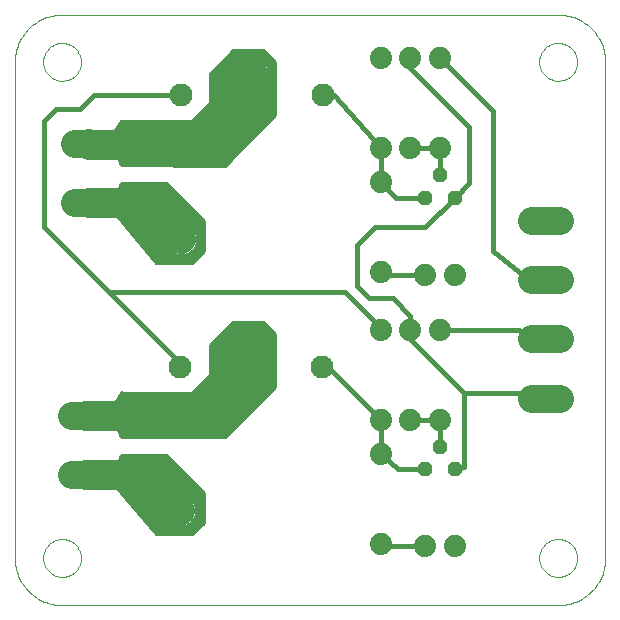
<source format=gtl>
G75*
G70*
%OFA0B0*%
%FSLAX24Y24*%
%IPPOS*%
%LPD*%
%AMOC8*
5,1,8,0,0,1.08239X$1,22.5*
%
%ADD10C,0.0740*%
%ADD11C,0.0937*%
%ADD12OC8,0.0480*%
%ADD13C,0.0768*%
%ADD14C,0.0000*%
%ADD15C,0.0160*%
%ADD16C,0.1000*%
%ADD17C,0.0100*%
D10*
X017817Y005459D03*
X019285Y005384D03*
X020285Y005384D03*
X017817Y008459D03*
X017817Y009593D03*
X018801Y009593D03*
X019785Y009593D03*
X019785Y012593D03*
X018801Y012593D03*
X017817Y012593D03*
X017817Y014514D03*
X019285Y014439D03*
X020285Y014439D03*
X017817Y017514D03*
X017817Y018648D03*
X018801Y018648D03*
X019785Y018648D03*
X019785Y021648D03*
X018801Y021648D03*
X017817Y021648D03*
D11*
X022840Y016211D02*
X023777Y016211D01*
X023777Y014242D02*
X022840Y014242D01*
X022840Y012274D02*
X023777Y012274D01*
X023777Y010305D02*
X022840Y010305D01*
X008561Y016809D02*
X007624Y016809D01*
X007624Y018778D02*
X008561Y018778D01*
X008462Y009715D02*
X007525Y009715D01*
X007525Y007746D02*
X008462Y007746D01*
D12*
X019285Y007943D03*
X019785Y008693D03*
X020285Y007943D03*
X020285Y016998D03*
X019785Y017748D03*
X019285Y016998D03*
D13*
X015887Y020420D03*
X013525Y021207D03*
X011163Y020420D03*
X011163Y015616D03*
X013486Y012156D03*
X015848Y011368D03*
X011124Y011368D03*
X011124Y006565D03*
D14*
X005612Y004990D02*
X005612Y021526D01*
X006557Y021526D02*
X006559Y021576D01*
X006565Y021626D01*
X006575Y021675D01*
X006589Y021723D01*
X006606Y021770D01*
X006627Y021815D01*
X006652Y021859D01*
X006680Y021900D01*
X006712Y021939D01*
X006746Y021976D01*
X006783Y022010D01*
X006823Y022040D01*
X006865Y022067D01*
X006909Y022091D01*
X006955Y022112D01*
X007002Y022128D01*
X007050Y022141D01*
X007100Y022150D01*
X007149Y022155D01*
X007200Y022156D01*
X007250Y022153D01*
X007299Y022146D01*
X007348Y022135D01*
X007396Y022120D01*
X007442Y022102D01*
X007487Y022080D01*
X007530Y022054D01*
X007571Y022025D01*
X007610Y021993D01*
X007646Y021958D01*
X007678Y021920D01*
X007708Y021880D01*
X007735Y021837D01*
X007758Y021793D01*
X007777Y021747D01*
X007793Y021699D01*
X007805Y021650D01*
X007813Y021601D01*
X007817Y021551D01*
X007817Y021501D01*
X007813Y021451D01*
X007805Y021402D01*
X007793Y021353D01*
X007777Y021305D01*
X007758Y021259D01*
X007735Y021215D01*
X007708Y021172D01*
X007678Y021132D01*
X007646Y021094D01*
X007610Y021059D01*
X007571Y021027D01*
X007530Y020998D01*
X007487Y020972D01*
X007442Y020950D01*
X007396Y020932D01*
X007348Y020917D01*
X007299Y020906D01*
X007250Y020899D01*
X007200Y020896D01*
X007149Y020897D01*
X007100Y020902D01*
X007050Y020911D01*
X007002Y020924D01*
X006955Y020940D01*
X006909Y020961D01*
X006865Y020985D01*
X006823Y021012D01*
X006783Y021042D01*
X006746Y021076D01*
X006712Y021113D01*
X006680Y021152D01*
X006652Y021193D01*
X006627Y021237D01*
X006606Y021282D01*
X006589Y021329D01*
X006575Y021377D01*
X006565Y021426D01*
X006559Y021476D01*
X006557Y021526D01*
X005612Y021526D02*
X005614Y021603D01*
X005620Y021680D01*
X005629Y021757D01*
X005642Y021833D01*
X005659Y021909D01*
X005680Y021983D01*
X005704Y022057D01*
X005732Y022129D01*
X005763Y022199D01*
X005798Y022268D01*
X005836Y022336D01*
X005877Y022401D01*
X005922Y022464D01*
X005970Y022525D01*
X006020Y022584D01*
X006073Y022640D01*
X006129Y022693D01*
X006188Y022743D01*
X006249Y022791D01*
X006312Y022836D01*
X006377Y022877D01*
X006445Y022915D01*
X006514Y022950D01*
X006584Y022981D01*
X006656Y023009D01*
X006730Y023033D01*
X006804Y023054D01*
X006880Y023071D01*
X006956Y023084D01*
X007033Y023093D01*
X007110Y023099D01*
X007187Y023101D01*
X023722Y023101D01*
X023092Y021526D02*
X023094Y021576D01*
X023100Y021626D01*
X023110Y021675D01*
X023124Y021723D01*
X023141Y021770D01*
X023162Y021815D01*
X023187Y021859D01*
X023215Y021900D01*
X023247Y021939D01*
X023281Y021976D01*
X023318Y022010D01*
X023358Y022040D01*
X023400Y022067D01*
X023444Y022091D01*
X023490Y022112D01*
X023537Y022128D01*
X023585Y022141D01*
X023635Y022150D01*
X023684Y022155D01*
X023735Y022156D01*
X023785Y022153D01*
X023834Y022146D01*
X023883Y022135D01*
X023931Y022120D01*
X023977Y022102D01*
X024022Y022080D01*
X024065Y022054D01*
X024106Y022025D01*
X024145Y021993D01*
X024181Y021958D01*
X024213Y021920D01*
X024243Y021880D01*
X024270Y021837D01*
X024293Y021793D01*
X024312Y021747D01*
X024328Y021699D01*
X024340Y021650D01*
X024348Y021601D01*
X024352Y021551D01*
X024352Y021501D01*
X024348Y021451D01*
X024340Y021402D01*
X024328Y021353D01*
X024312Y021305D01*
X024293Y021259D01*
X024270Y021215D01*
X024243Y021172D01*
X024213Y021132D01*
X024181Y021094D01*
X024145Y021059D01*
X024106Y021027D01*
X024065Y020998D01*
X024022Y020972D01*
X023977Y020950D01*
X023931Y020932D01*
X023883Y020917D01*
X023834Y020906D01*
X023785Y020899D01*
X023735Y020896D01*
X023684Y020897D01*
X023635Y020902D01*
X023585Y020911D01*
X023537Y020924D01*
X023490Y020940D01*
X023444Y020961D01*
X023400Y020985D01*
X023358Y021012D01*
X023318Y021042D01*
X023281Y021076D01*
X023247Y021113D01*
X023215Y021152D01*
X023187Y021193D01*
X023162Y021237D01*
X023141Y021282D01*
X023124Y021329D01*
X023110Y021377D01*
X023100Y021426D01*
X023094Y021476D01*
X023092Y021526D01*
X023722Y023101D02*
X023799Y023099D01*
X023876Y023093D01*
X023953Y023084D01*
X024029Y023071D01*
X024105Y023054D01*
X024179Y023033D01*
X024253Y023009D01*
X024325Y022981D01*
X024395Y022950D01*
X024464Y022915D01*
X024532Y022877D01*
X024597Y022836D01*
X024660Y022791D01*
X024721Y022743D01*
X024780Y022693D01*
X024836Y022640D01*
X024889Y022584D01*
X024939Y022525D01*
X024987Y022464D01*
X025032Y022401D01*
X025073Y022336D01*
X025111Y022268D01*
X025146Y022199D01*
X025177Y022129D01*
X025205Y022057D01*
X025229Y021983D01*
X025250Y021909D01*
X025267Y021833D01*
X025280Y021757D01*
X025289Y021680D01*
X025295Y021603D01*
X025297Y021526D01*
X025297Y004990D01*
X023092Y004990D02*
X023094Y005040D01*
X023100Y005090D01*
X023110Y005139D01*
X023124Y005187D01*
X023141Y005234D01*
X023162Y005279D01*
X023187Y005323D01*
X023215Y005364D01*
X023247Y005403D01*
X023281Y005440D01*
X023318Y005474D01*
X023358Y005504D01*
X023400Y005531D01*
X023444Y005555D01*
X023490Y005576D01*
X023537Y005592D01*
X023585Y005605D01*
X023635Y005614D01*
X023684Y005619D01*
X023735Y005620D01*
X023785Y005617D01*
X023834Y005610D01*
X023883Y005599D01*
X023931Y005584D01*
X023977Y005566D01*
X024022Y005544D01*
X024065Y005518D01*
X024106Y005489D01*
X024145Y005457D01*
X024181Y005422D01*
X024213Y005384D01*
X024243Y005344D01*
X024270Y005301D01*
X024293Y005257D01*
X024312Y005211D01*
X024328Y005163D01*
X024340Y005114D01*
X024348Y005065D01*
X024352Y005015D01*
X024352Y004965D01*
X024348Y004915D01*
X024340Y004866D01*
X024328Y004817D01*
X024312Y004769D01*
X024293Y004723D01*
X024270Y004679D01*
X024243Y004636D01*
X024213Y004596D01*
X024181Y004558D01*
X024145Y004523D01*
X024106Y004491D01*
X024065Y004462D01*
X024022Y004436D01*
X023977Y004414D01*
X023931Y004396D01*
X023883Y004381D01*
X023834Y004370D01*
X023785Y004363D01*
X023735Y004360D01*
X023684Y004361D01*
X023635Y004366D01*
X023585Y004375D01*
X023537Y004388D01*
X023490Y004404D01*
X023444Y004425D01*
X023400Y004449D01*
X023358Y004476D01*
X023318Y004506D01*
X023281Y004540D01*
X023247Y004577D01*
X023215Y004616D01*
X023187Y004657D01*
X023162Y004701D01*
X023141Y004746D01*
X023124Y004793D01*
X023110Y004841D01*
X023100Y004890D01*
X023094Y004940D01*
X023092Y004990D01*
X023722Y003415D02*
X023799Y003417D01*
X023876Y003423D01*
X023953Y003432D01*
X024029Y003445D01*
X024105Y003462D01*
X024179Y003483D01*
X024253Y003507D01*
X024325Y003535D01*
X024395Y003566D01*
X024464Y003601D01*
X024532Y003639D01*
X024597Y003680D01*
X024660Y003725D01*
X024721Y003773D01*
X024780Y003823D01*
X024836Y003876D01*
X024889Y003932D01*
X024939Y003991D01*
X024987Y004052D01*
X025032Y004115D01*
X025073Y004180D01*
X025111Y004248D01*
X025146Y004317D01*
X025177Y004387D01*
X025205Y004459D01*
X025229Y004533D01*
X025250Y004607D01*
X025267Y004683D01*
X025280Y004759D01*
X025289Y004836D01*
X025295Y004913D01*
X025297Y004990D01*
X023722Y003416D02*
X007187Y003416D01*
X006557Y004990D02*
X006559Y005040D01*
X006565Y005090D01*
X006575Y005139D01*
X006589Y005187D01*
X006606Y005234D01*
X006627Y005279D01*
X006652Y005323D01*
X006680Y005364D01*
X006712Y005403D01*
X006746Y005440D01*
X006783Y005474D01*
X006823Y005504D01*
X006865Y005531D01*
X006909Y005555D01*
X006955Y005576D01*
X007002Y005592D01*
X007050Y005605D01*
X007100Y005614D01*
X007149Y005619D01*
X007200Y005620D01*
X007250Y005617D01*
X007299Y005610D01*
X007348Y005599D01*
X007396Y005584D01*
X007442Y005566D01*
X007487Y005544D01*
X007530Y005518D01*
X007571Y005489D01*
X007610Y005457D01*
X007646Y005422D01*
X007678Y005384D01*
X007708Y005344D01*
X007735Y005301D01*
X007758Y005257D01*
X007777Y005211D01*
X007793Y005163D01*
X007805Y005114D01*
X007813Y005065D01*
X007817Y005015D01*
X007817Y004965D01*
X007813Y004915D01*
X007805Y004866D01*
X007793Y004817D01*
X007777Y004769D01*
X007758Y004723D01*
X007735Y004679D01*
X007708Y004636D01*
X007678Y004596D01*
X007646Y004558D01*
X007610Y004523D01*
X007571Y004491D01*
X007530Y004462D01*
X007487Y004436D01*
X007442Y004414D01*
X007396Y004396D01*
X007348Y004381D01*
X007299Y004370D01*
X007250Y004363D01*
X007200Y004360D01*
X007149Y004361D01*
X007100Y004366D01*
X007050Y004375D01*
X007002Y004388D01*
X006955Y004404D01*
X006909Y004425D01*
X006865Y004449D01*
X006823Y004476D01*
X006783Y004506D01*
X006746Y004540D01*
X006712Y004577D01*
X006680Y004616D01*
X006652Y004657D01*
X006627Y004701D01*
X006606Y004746D01*
X006589Y004793D01*
X006575Y004841D01*
X006565Y004890D01*
X006559Y004940D01*
X006557Y004990D01*
X005612Y004990D02*
X005614Y004913D01*
X005620Y004836D01*
X005629Y004759D01*
X005642Y004683D01*
X005659Y004607D01*
X005680Y004533D01*
X005704Y004459D01*
X005732Y004387D01*
X005763Y004317D01*
X005798Y004248D01*
X005836Y004180D01*
X005877Y004115D01*
X005922Y004052D01*
X005970Y003991D01*
X006020Y003932D01*
X006073Y003876D01*
X006129Y003823D01*
X006188Y003773D01*
X006249Y003725D01*
X006312Y003680D01*
X006377Y003639D01*
X006445Y003601D01*
X006514Y003566D01*
X006584Y003535D01*
X006656Y003507D01*
X006730Y003483D01*
X006804Y003462D01*
X006880Y003445D01*
X006956Y003432D01*
X007033Y003423D01*
X007110Y003417D01*
X007187Y003415D01*
D15*
X011124Y011368D02*
X011124Y011486D01*
X008761Y013849D01*
X006596Y016014D01*
X006596Y019557D01*
X006990Y019951D01*
X007777Y019951D01*
X008246Y020420D01*
X011163Y020420D01*
X015887Y020420D02*
X016242Y020420D01*
X017817Y018648D01*
X017817Y017514D01*
X018332Y016998D01*
X019285Y016998D01*
X019785Y017748D02*
X019785Y018648D01*
X018801Y018648D01*
X020769Y019360D02*
X020769Y017483D01*
X020285Y016998D01*
X019301Y016014D01*
X017620Y016014D01*
X017029Y015423D01*
X017029Y014046D01*
X017423Y013652D01*
X018210Y013652D01*
X018801Y013061D01*
X018801Y012593D01*
X018801Y012274D01*
X020572Y010502D01*
X022541Y010502D01*
X022738Y010305D01*
X023309Y010305D01*
X023309Y012274D02*
X022738Y012274D01*
X022419Y012593D01*
X019785Y012593D01*
X019285Y014439D02*
X017939Y014439D01*
X017817Y014514D01*
X016635Y013849D02*
X008761Y013849D01*
X015848Y011368D02*
X016069Y011368D01*
X017817Y009593D01*
X017817Y008459D01*
X018387Y007943D01*
X019285Y007943D01*
X019785Y008693D02*
X019785Y009593D01*
X018801Y009593D01*
X020572Y010502D02*
X020572Y008034D01*
X020285Y007943D01*
X017817Y005459D02*
X017891Y005384D01*
X019285Y005384D01*
X017817Y012593D02*
X017817Y012668D01*
X016635Y013849D01*
X021557Y015227D02*
X021557Y019876D01*
X019785Y021648D01*
X018801Y021648D02*
X018801Y021329D01*
X020769Y019360D01*
X021557Y015227D02*
X022738Y014242D01*
X023309Y014242D01*
D16*
X013506Y012136D02*
X013506Y011128D01*
X012092Y009715D01*
X007994Y009715D01*
X007994Y007746D02*
X009943Y007746D01*
X011124Y006565D01*
X013506Y012136D02*
X013486Y012156D01*
X011163Y015616D02*
X009970Y016809D01*
X008092Y016809D01*
X008100Y018770D02*
X008092Y018778D01*
X008100Y018770D02*
X012305Y018770D01*
X013525Y019990D01*
X013525Y021207D01*
D17*
X013475Y021244D02*
X012220Y021244D01*
X012121Y021146D02*
X012994Y021146D01*
X012993Y021157D02*
X013004Y021082D01*
X013030Y021002D01*
X013069Y020927D01*
X013118Y020859D01*
X013177Y020800D01*
X013245Y020750D01*
X013320Y020712D01*
X013400Y020686D01*
X013475Y020674D01*
X013475Y021157D01*
X012993Y021157D01*
X012993Y021257D02*
X013475Y021257D01*
X013475Y021157D01*
X013575Y021157D01*
X013575Y020674D01*
X013650Y020686D01*
X013730Y020712D01*
X013805Y020750D01*
X013873Y020800D01*
X013932Y020859D01*
X013982Y020927D01*
X014020Y021002D01*
X014046Y021082D01*
X014058Y021157D01*
X013575Y021157D01*
X013575Y021257D01*
X013475Y021257D01*
X013475Y021740D01*
X013400Y021728D01*
X013320Y021702D01*
X013245Y021664D01*
X013177Y021614D01*
X013118Y021555D01*
X013069Y021487D01*
X013030Y021412D01*
X013004Y021332D01*
X012993Y021257D01*
X013008Y021343D02*
X012318Y021343D01*
X012417Y021441D02*
X013045Y021441D01*
X013107Y021540D02*
X012515Y021540D01*
X012614Y021638D02*
X013210Y021638D01*
X013475Y021638D02*
X013575Y021638D01*
X013575Y021540D02*
X013475Y021540D01*
X013475Y021441D02*
X013575Y021441D01*
X013575Y021343D02*
X013475Y021343D01*
X013575Y021257D02*
X013575Y021740D01*
X013650Y021728D01*
X013730Y021702D01*
X013805Y021664D01*
X013873Y021614D01*
X013932Y021555D01*
X013982Y021487D01*
X014020Y021412D01*
X014046Y021332D01*
X014058Y021257D01*
X013575Y021257D01*
X013575Y021244D02*
X014273Y021244D01*
X014273Y021146D02*
X014056Y021146D01*
X014035Y021047D02*
X014273Y021047D01*
X014273Y020949D02*
X013993Y020949D01*
X013923Y020850D02*
X014273Y020850D01*
X014273Y020752D02*
X013807Y020752D01*
X013575Y020752D02*
X013475Y020752D01*
X013475Y020850D02*
X013575Y020850D01*
X013575Y020949D02*
X013475Y020949D01*
X013475Y021047D02*
X013575Y021047D01*
X013575Y021146D02*
X013475Y021146D01*
X014042Y021343D02*
X014273Y021343D01*
X014273Y021441D02*
X014005Y021441D01*
X013943Y021540D02*
X014259Y021540D01*
X014273Y021526D02*
X014273Y019754D01*
X012609Y018061D01*
X009156Y018083D01*
X009059Y018308D01*
X009015Y018358D01*
X009032Y018375D01*
X009090Y018454D01*
X009134Y018540D01*
X009164Y018633D01*
X009179Y018728D01*
X008688Y018728D01*
X008661Y018758D01*
X008704Y018828D01*
X009179Y018828D01*
X009164Y018923D01*
X009134Y019015D01*
X009090Y019102D01*
X009032Y019181D01*
X008964Y019249D01*
X009155Y019557D01*
X009165Y019561D01*
X009175Y019563D01*
X009185Y019561D01*
X009194Y019557D01*
X011517Y019557D01*
X012108Y020148D01*
X012108Y021132D01*
X012895Y021920D01*
X013880Y021920D01*
X014273Y021526D01*
X014161Y021638D02*
X013840Y021638D01*
X013964Y021835D02*
X012811Y021835D01*
X012712Y021737D02*
X013457Y021737D01*
X013475Y021737D02*
X013575Y021737D01*
X013593Y021737D02*
X014062Y021737D01*
X014273Y020653D02*
X012108Y020653D01*
X012108Y020555D02*
X014273Y020555D01*
X014273Y020456D02*
X012108Y020456D01*
X012108Y020358D02*
X014273Y020358D01*
X014273Y020259D02*
X012108Y020259D01*
X012108Y020161D02*
X014273Y020161D01*
X014273Y020062D02*
X012022Y020062D01*
X011924Y019964D02*
X014273Y019964D01*
X014273Y019865D02*
X011825Y019865D01*
X011727Y019767D02*
X014273Y019767D01*
X014189Y019668D02*
X011628Y019668D01*
X011530Y019570D02*
X014092Y019570D01*
X013995Y019471D02*
X009102Y019471D01*
X009041Y019373D02*
X013898Y019373D01*
X013801Y019274D02*
X008980Y019274D01*
X009036Y019176D02*
X013704Y019176D01*
X013608Y019077D02*
X009102Y019077D01*
X009146Y018979D02*
X013511Y018979D01*
X013414Y018880D02*
X009171Y018880D01*
X009172Y018683D02*
X013220Y018683D01*
X013123Y018585D02*
X009148Y018585D01*
X009106Y018486D02*
X013026Y018486D01*
X012930Y018388D02*
X009042Y018388D01*
X009067Y018289D02*
X012833Y018289D01*
X012736Y018191D02*
X009109Y018191D01*
X009152Y018092D02*
X012639Y018092D01*
X013317Y018782D02*
X008676Y018782D01*
X009156Y017483D02*
X009076Y017313D01*
X008995Y017250D01*
X009032Y017212D01*
X009090Y017133D01*
X009134Y017047D01*
X009164Y016954D01*
X009179Y016859D01*
X008599Y016859D01*
X008685Y016759D01*
X009179Y016759D01*
X009164Y016664D01*
X009134Y016572D01*
X009090Y016485D01*
X009032Y016406D01*
X009008Y016382D01*
X010336Y014833D01*
X011517Y014833D01*
X011911Y015227D01*
X011911Y016211D01*
X010659Y017480D01*
X009156Y017483D01*
X009118Y017403D02*
X010735Y017403D01*
X010832Y017304D02*
X009065Y017304D01*
X009037Y017206D02*
X010930Y017206D01*
X011027Y017107D02*
X009103Y017107D01*
X009146Y017009D02*
X011124Y017009D01*
X011221Y016910D02*
X009171Y016910D01*
X009172Y016713D02*
X011415Y016713D01*
X011318Y016812D02*
X008640Y016812D01*
X009148Y016615D02*
X011513Y016615D01*
X011610Y016516D02*
X009105Y016516D01*
X009041Y016418D02*
X011707Y016418D01*
X011804Y016319D02*
X009062Y016319D01*
X009147Y016221D02*
X011901Y016221D01*
X011911Y016122D02*
X011334Y016122D01*
X011368Y016111D02*
X011288Y016137D01*
X011213Y016149D01*
X011213Y015666D01*
X011696Y015666D01*
X011684Y015741D01*
X011658Y015821D01*
X011620Y015896D01*
X011570Y015964D01*
X011511Y016024D01*
X011911Y016024D01*
X011911Y015925D02*
X011599Y015925D01*
X011655Y015827D02*
X011911Y015827D01*
X011911Y015728D02*
X011686Y015728D01*
X011696Y015566D02*
X011213Y015566D01*
X011213Y015084D01*
X011288Y015096D01*
X011368Y015122D01*
X011443Y015160D01*
X011511Y015209D01*
X011570Y015269D01*
X011620Y015337D01*
X011658Y015411D01*
X011684Y015491D01*
X011696Y015566D01*
X011690Y015531D02*
X011911Y015531D01*
X011911Y015433D02*
X011665Y015433D01*
X011618Y015334D02*
X011911Y015334D01*
X011911Y015236D02*
X011537Y015236D01*
X011398Y015137D02*
X011822Y015137D01*
X011723Y015039D02*
X010160Y015039D01*
X010075Y015137D02*
X010928Y015137D01*
X010958Y015122D02*
X011038Y015096D01*
X011113Y015084D01*
X011113Y015566D01*
X011213Y015566D01*
X011213Y015666D01*
X011113Y015666D01*
X011113Y015566D01*
X010630Y015566D01*
X010642Y015491D01*
X010668Y015411D01*
X010706Y015337D01*
X010756Y015269D01*
X010815Y015209D01*
X010883Y015160D01*
X010958Y015122D01*
X011113Y015137D02*
X011213Y015137D01*
X011213Y015236D02*
X011113Y015236D01*
X011113Y015334D02*
X011213Y015334D01*
X011213Y015433D02*
X011113Y015433D01*
X011113Y015531D02*
X011213Y015531D01*
X011213Y015630D02*
X011911Y015630D01*
X011511Y016024D02*
X011443Y016073D01*
X011368Y016111D01*
X011213Y016122D02*
X011113Y016122D01*
X011113Y016149D02*
X011038Y016137D01*
X010958Y016111D01*
X010883Y016073D01*
X010815Y016024D01*
X009316Y016024D01*
X009231Y016122D02*
X010992Y016122D01*
X011113Y016149D02*
X011113Y015666D01*
X010630Y015666D01*
X010642Y015741D01*
X010668Y015821D01*
X010706Y015896D01*
X010756Y015964D01*
X010815Y016024D01*
X010727Y015925D02*
X009400Y015925D01*
X009484Y015827D02*
X010671Y015827D01*
X010640Y015728D02*
X009569Y015728D01*
X009653Y015630D02*
X011113Y015630D01*
X011113Y015728D02*
X011213Y015728D01*
X011213Y015827D02*
X011113Y015827D01*
X011113Y015925D02*
X011213Y015925D01*
X011213Y016024D02*
X011113Y016024D01*
X010636Y015531D02*
X009738Y015531D01*
X009822Y015433D02*
X010661Y015433D01*
X010708Y015334D02*
X009907Y015334D01*
X009991Y015236D02*
X010789Y015236D01*
X010329Y014842D02*
X011526Y014842D01*
X011625Y014940D02*
X010244Y014940D01*
X012705Y012675D02*
X013355Y012675D01*
X013361Y012676D02*
X013281Y012651D01*
X013206Y012612D01*
X013138Y012563D01*
X013079Y012504D01*
X013029Y012436D01*
X012991Y012361D01*
X012965Y012281D01*
X012953Y012206D01*
X013436Y012206D01*
X013436Y012688D01*
X013361Y012676D01*
X013436Y012675D02*
X013536Y012675D01*
X013536Y012688D02*
X013536Y012206D01*
X013436Y012206D01*
X013436Y012106D01*
X012953Y012106D01*
X012965Y012031D01*
X012991Y011951D01*
X013029Y011876D01*
X013079Y011808D01*
X013138Y011749D01*
X013206Y011699D01*
X013281Y011661D01*
X013361Y011635D01*
X013436Y011623D01*
X013436Y012106D01*
X013536Y012106D01*
X013536Y012206D01*
X014018Y012206D01*
X014007Y012281D01*
X013981Y012361D01*
X013942Y012436D01*
X013893Y012504D01*
X013834Y012563D01*
X013766Y012612D01*
X013691Y012651D01*
X013611Y012676D01*
X013536Y012688D01*
X013617Y012675D02*
X014069Y012675D01*
X013971Y012773D02*
X012804Y012773D01*
X012895Y012864D02*
X013880Y012864D01*
X014273Y012471D01*
X014273Y010699D01*
X012609Y009006D01*
X009156Y009028D01*
X009059Y009253D01*
X008967Y009357D01*
X008991Y009391D01*
X009035Y009477D01*
X009065Y009570D01*
X009080Y009665D01*
X008695Y009665D01*
X008661Y009703D01*
X008700Y009765D01*
X009080Y009765D01*
X009065Y009860D01*
X009035Y009952D01*
X008991Y010039D01*
X008934Y010118D01*
X008924Y010128D01*
X009155Y010502D01*
X009168Y010507D01*
X009182Y010507D01*
X009194Y010502D01*
X011517Y010502D01*
X012108Y011093D01*
X012108Y012077D01*
X012895Y012864D01*
X013156Y012576D02*
X012607Y012576D01*
X012508Y012478D02*
X013060Y012478D01*
X013000Y012379D02*
X012410Y012379D01*
X012311Y012281D02*
X012965Y012281D01*
X012957Y012084D02*
X012114Y012084D01*
X012108Y011985D02*
X012980Y011985D01*
X013024Y011887D02*
X012108Y011887D01*
X012108Y011788D02*
X013098Y011788D01*
X013225Y011690D02*
X012108Y011690D01*
X012108Y011591D02*
X014273Y011591D01*
X014273Y011493D02*
X012108Y011493D01*
X012108Y011394D02*
X014273Y011394D01*
X014273Y011296D02*
X012108Y011296D01*
X012108Y011197D02*
X014273Y011197D01*
X014273Y011099D02*
X012108Y011099D01*
X012015Y011000D02*
X014273Y011000D01*
X014273Y010902D02*
X011917Y010902D01*
X011818Y010803D02*
X014273Y010803D01*
X014273Y010705D02*
X011720Y010705D01*
X011621Y010606D02*
X014182Y010606D01*
X014085Y010508D02*
X011523Y010508D01*
X012826Y009227D02*
X009070Y009227D01*
X009112Y009129D02*
X012729Y009129D01*
X012632Y009030D02*
X009155Y009030D01*
X008995Y009326D02*
X012923Y009326D01*
X013020Y009424D02*
X009008Y009424D01*
X009050Y009523D02*
X013116Y009523D01*
X013213Y009621D02*
X009074Y009621D01*
X009072Y009818D02*
X013407Y009818D01*
X013310Y009720D02*
X008672Y009720D01*
X009047Y009917D02*
X013504Y009917D01*
X013601Y010015D02*
X009003Y010015D01*
X008937Y010114D02*
X013698Y010114D01*
X013794Y010212D02*
X008976Y010212D01*
X009037Y010311D02*
X013891Y010311D01*
X013988Y010409D02*
X009098Y010409D01*
X009156Y008428D02*
X009076Y008258D01*
X008934Y008149D01*
X008991Y008070D01*
X009035Y007984D01*
X009065Y007891D01*
X009080Y007796D01*
X008606Y007796D01*
X008692Y007696D01*
X009080Y007696D01*
X009065Y007601D01*
X009035Y007509D01*
X008991Y007422D01*
X008962Y007381D01*
X010336Y005778D01*
X011517Y005778D01*
X011911Y006172D01*
X011911Y007156D01*
X010659Y008425D01*
X009156Y008428D01*
X009115Y008341D02*
X010742Y008341D01*
X010839Y008242D02*
X009056Y008242D01*
X008938Y008144D02*
X010936Y008144D01*
X011034Y008045D02*
X009004Y008045D01*
X009047Y007947D02*
X011131Y007947D01*
X011228Y007848D02*
X009072Y007848D01*
X009073Y007651D02*
X011422Y007651D01*
X011325Y007750D02*
X008646Y007750D01*
X009050Y007553D02*
X011519Y007553D01*
X011617Y007454D02*
X009007Y007454D01*
X008984Y007356D02*
X011714Y007356D01*
X011811Y007257D02*
X009068Y007257D01*
X009153Y007159D02*
X011908Y007159D01*
X011911Y007060D02*
X011328Y007060D01*
X011329Y007060D02*
X011249Y007086D01*
X011174Y007098D01*
X011174Y006615D01*
X011656Y006615D01*
X011644Y006690D01*
X011618Y006770D01*
X011580Y006845D01*
X011531Y006913D01*
X011471Y006972D01*
X011403Y007022D01*
X011329Y007060D01*
X011174Y007060D02*
X011074Y007060D01*
X011074Y007098D02*
X010999Y007086D01*
X010919Y007060D01*
X009237Y007060D01*
X009322Y006962D02*
X010765Y006962D01*
X010776Y006972D02*
X010716Y006913D01*
X010667Y006845D01*
X010629Y006770D01*
X010603Y006690D01*
X010591Y006615D01*
X011074Y006615D01*
X011074Y007098D01*
X011074Y006962D02*
X011174Y006962D01*
X011174Y006863D02*
X011074Y006863D01*
X011074Y006765D02*
X011174Y006765D01*
X011174Y006666D02*
X011074Y006666D01*
X011074Y006615D02*
X011174Y006615D01*
X011174Y006515D01*
X011656Y006515D01*
X011644Y006440D01*
X011618Y006360D01*
X011580Y006285D01*
X011531Y006217D01*
X011471Y006158D01*
X011403Y006109D01*
X011329Y006070D01*
X011249Y006045D01*
X011174Y006033D01*
X011174Y006515D01*
X011074Y006515D01*
X011074Y006033D01*
X010999Y006045D01*
X010919Y006070D01*
X010844Y006109D01*
X010776Y006158D01*
X010716Y006217D01*
X010667Y006285D01*
X010629Y006360D01*
X010603Y006440D01*
X010591Y006515D01*
X011074Y006515D01*
X011074Y006615D01*
X011074Y006568D02*
X009659Y006568D01*
X009575Y006666D02*
X010599Y006666D01*
X010627Y006765D02*
X009490Y006765D01*
X009406Y006863D02*
X010680Y006863D01*
X010776Y006972D02*
X010844Y007022D01*
X010919Y007060D01*
X011174Y006568D02*
X011911Y006568D01*
X011911Y006666D02*
X011648Y006666D01*
X011620Y006765D02*
X011911Y006765D01*
X011911Y006863D02*
X011567Y006863D01*
X011482Y006962D02*
X011911Y006962D01*
X011911Y006469D02*
X011649Y006469D01*
X011622Y006371D02*
X011911Y006371D01*
X011911Y006272D02*
X011571Y006272D01*
X011487Y006174D02*
X011911Y006174D01*
X011815Y006075D02*
X011338Y006075D01*
X011174Y006075D02*
X011074Y006075D01*
X011074Y006174D02*
X011174Y006174D01*
X011174Y006272D02*
X011074Y006272D01*
X011074Y006371D02*
X011174Y006371D01*
X011174Y006469D02*
X011074Y006469D01*
X010760Y006174D02*
X009997Y006174D01*
X009913Y006272D02*
X010677Y006272D01*
X010626Y006371D02*
X009828Y006371D01*
X009744Y006469D02*
X010598Y006469D01*
X010910Y006075D02*
X010081Y006075D01*
X010166Y005977D02*
X011716Y005977D01*
X011618Y005878D02*
X010250Y005878D01*
X010335Y005780D02*
X011519Y005780D01*
X013536Y011623D02*
X013611Y011635D01*
X013691Y011661D01*
X013766Y011699D01*
X013834Y011749D01*
X013893Y011808D01*
X013942Y011876D01*
X013981Y011951D01*
X014007Y012031D01*
X014018Y012106D01*
X013536Y012106D01*
X013536Y011623D01*
X013536Y011690D02*
X013436Y011690D01*
X013436Y011788D02*
X013536Y011788D01*
X013536Y011887D02*
X013436Y011887D01*
X013436Y011985D02*
X013536Y011985D01*
X013536Y012084D02*
X013436Y012084D01*
X013436Y012182D02*
X012213Y012182D01*
X013436Y012281D02*
X013536Y012281D01*
X013536Y012379D02*
X013436Y012379D01*
X013436Y012478D02*
X013536Y012478D01*
X013536Y012576D02*
X013436Y012576D01*
X013536Y012182D02*
X014273Y012182D01*
X014273Y012084D02*
X014015Y012084D01*
X013992Y011985D02*
X014273Y011985D01*
X014273Y011887D02*
X013948Y011887D01*
X013873Y011788D02*
X014273Y011788D01*
X014273Y011690D02*
X013747Y011690D01*
X014007Y012281D02*
X014273Y012281D01*
X014273Y012379D02*
X013971Y012379D01*
X013912Y012478D02*
X014266Y012478D01*
X014168Y012576D02*
X013815Y012576D01*
X013244Y020752D02*
X012108Y020752D01*
X012108Y020850D02*
X013127Y020850D01*
X013058Y020949D02*
X012108Y020949D01*
X012108Y021047D02*
X013016Y021047D01*
M02*

</source>
